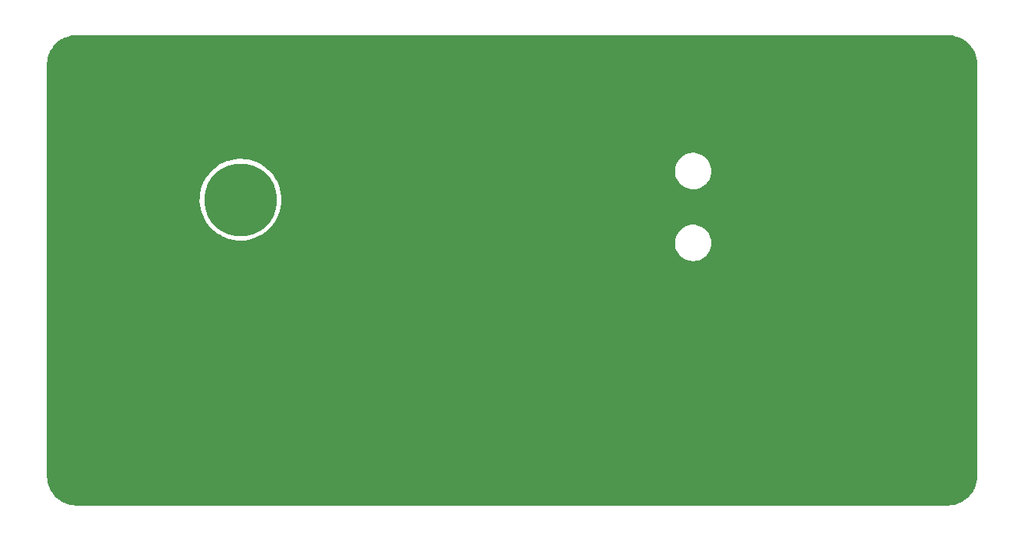
<source format=gbl>
%TF.GenerationSoftware,KiCad,Pcbnew,(6.0.11)*%
%TF.CreationDate,2023-08-12T14:35:41-04:00*%
%TF.ProjectId,FP_Rev_21,46505f52-6576-45f3-9231-2e6b69636164,rev?*%
%TF.SameCoordinates,Original*%
%TF.FileFunction,Copper,L2,Bot*%
%TF.FilePolarity,Positive*%
%FSLAX46Y46*%
G04 Gerber Fmt 4.6, Leading zero omitted, Abs format (unit mm)*
G04 Created by KiCad (PCBNEW (6.0.11)) date 2023-08-12 14:35:41*
%MOMM*%
%LPD*%
G01*
G04 APERTURE LIST*
%TA.AperFunction,ComponentPad*%
%ADD10C,7.500000*%
%TD*%
%TA.AperFunction,ComponentPad*%
%ADD11C,5.000000*%
%TD*%
%TA.AperFunction,ComponentPad*%
%ADD12C,8.000000*%
%TD*%
G04 APERTURE END LIST*
D10*
%TO.P,H14,1,1*%
%TO.N,GND*%
X171000000Y-76500000D03*
%TD*%
D11*
%TO.P,H2,*%
%TO.N,GND*%
X101990000Y-82570000D03*
%TD*%
D12*
%TO.P,H7,1,1*%
%TO.N,GND*%
X160000000Y-52200000D03*
%TD*%
D10*
%TO.P,H12,1,1*%
%TO.N,GND*%
X143000000Y-76500000D03*
%TD*%
D12*
%TO.P,H5,1,1*%
%TO.N,unconnected-(H5-Pad1)*%
X120000000Y-52200000D03*
%TD*%
%TO.P,H6,1,1*%
%TO.N,GND*%
X180000000Y-52200000D03*
%TD*%
D11*
%TO.P,H4,*%
%TO.N,GND*%
X198010000Y-37430000D03*
%TD*%
D10*
%TO.P,H15,1,1*%
%TO.N,GND*%
X185000000Y-76500000D03*
%TD*%
%TO.P,H11,1,1*%
%TO.N,GND*%
X129000000Y-76500000D03*
%TD*%
%TO.P,H13,1,1*%
%TO.N,GND*%
X157000000Y-76500000D03*
%TD*%
%TO.P,H10,1,1*%
%TO.N,GND*%
X115000000Y-76500000D03*
%TD*%
D11*
%TO.P,H3,*%
%TO.N,GND*%
X198010000Y-82570000D03*
%TD*%
%TO.P,H1,*%
%TO.N,GND*%
X101990000Y-37430000D03*
%TD*%
%TA.AperFunction,Conductor*%
%TO.N,GND*%
G36*
X198100018Y-34010000D02*
G01*
X198114851Y-34012310D01*
X198114855Y-34012310D01*
X198123724Y-34013691D01*
X198142436Y-34011244D01*
X198165366Y-34010353D01*
X198462229Y-34025911D01*
X198475345Y-34027289D01*
X198797424Y-34078302D01*
X198810324Y-34081044D01*
X199125305Y-34165442D01*
X199137842Y-34169516D01*
X199407343Y-34272967D01*
X199442268Y-34286374D01*
X199454316Y-34291738D01*
X199744867Y-34439782D01*
X199756288Y-34446376D01*
X200029773Y-34623978D01*
X200040443Y-34631731D01*
X200293856Y-34836941D01*
X200303657Y-34845766D01*
X200534234Y-35076343D01*
X200543059Y-35086144D01*
X200748269Y-35339557D01*
X200756022Y-35350227D01*
X200933624Y-35623712D01*
X200940218Y-35635133D01*
X201088262Y-35925684D01*
X201093626Y-35937732D01*
X201210482Y-36242151D01*
X201214558Y-36254695D01*
X201298956Y-36569676D01*
X201301698Y-36582576D01*
X201352711Y-36904655D01*
X201354089Y-36917772D01*
X201369262Y-37207298D01*
X201367935Y-37233273D01*
X201367691Y-37234843D01*
X201367691Y-37234849D01*
X201366309Y-37243724D01*
X201367473Y-37252626D01*
X201367473Y-37252628D01*
X201370436Y-37275283D01*
X201371500Y-37291621D01*
X201371500Y-82700633D01*
X201370000Y-82720018D01*
X201367690Y-82734851D01*
X201367690Y-82734855D01*
X201366309Y-82743724D01*
X201368136Y-82757693D01*
X201368756Y-82762433D01*
X201369647Y-82785367D01*
X201354089Y-83082228D01*
X201352711Y-83095345D01*
X201301698Y-83417424D01*
X201298956Y-83430324D01*
X201214558Y-83745305D01*
X201210482Y-83757849D01*
X201093626Y-84062268D01*
X201088262Y-84074316D01*
X200940218Y-84364867D01*
X200933624Y-84376288D01*
X200756022Y-84649773D01*
X200748269Y-84660443D01*
X200543059Y-84913856D01*
X200534234Y-84923657D01*
X200303657Y-85154234D01*
X200293856Y-85163059D01*
X200040443Y-85368269D01*
X200029773Y-85376022D01*
X199756288Y-85553624D01*
X199744867Y-85560218D01*
X199454316Y-85708262D01*
X199442267Y-85713626D01*
X199137842Y-85830484D01*
X199125305Y-85834558D01*
X198810324Y-85918956D01*
X198797424Y-85921698D01*
X198475345Y-85972711D01*
X198462229Y-85974089D01*
X198426646Y-85975954D01*
X198172702Y-85989262D01*
X198146727Y-85987935D01*
X198145157Y-85987691D01*
X198145151Y-85987691D01*
X198136276Y-85986309D01*
X198127374Y-85987473D01*
X198127372Y-85987473D01*
X198112323Y-85989441D01*
X198104714Y-85990436D01*
X198088379Y-85991500D01*
X101919367Y-85991500D01*
X101899982Y-85990000D01*
X101885149Y-85987690D01*
X101885145Y-85987690D01*
X101876276Y-85986309D01*
X101857564Y-85988756D01*
X101834634Y-85989647D01*
X101537771Y-85974089D01*
X101524655Y-85972711D01*
X101202576Y-85921698D01*
X101189676Y-85918956D01*
X100874695Y-85834558D01*
X100862158Y-85830484D01*
X100557733Y-85713626D01*
X100545684Y-85708262D01*
X100255133Y-85560218D01*
X100243712Y-85553624D01*
X99970227Y-85376022D01*
X99959557Y-85368269D01*
X99706144Y-85163059D01*
X99696343Y-85154234D01*
X99465766Y-84923657D01*
X99456941Y-84913856D01*
X99251731Y-84660443D01*
X99243978Y-84649773D01*
X99066376Y-84376288D01*
X99059782Y-84364867D01*
X98911738Y-84074316D01*
X98906374Y-84062268D01*
X98789518Y-83757849D01*
X98785442Y-83745305D01*
X98701044Y-83430324D01*
X98698302Y-83417424D01*
X98647289Y-83095345D01*
X98645911Y-83082228D01*
X98630932Y-82796415D01*
X98632506Y-82768910D01*
X98632770Y-82767341D01*
X98633576Y-82762552D01*
X98633729Y-82750000D01*
X98629773Y-82722376D01*
X98628500Y-82704514D01*
X98628500Y-56899733D01*
X167987822Y-56899733D01*
X167997625Y-57180458D01*
X167998387Y-57184781D01*
X167998388Y-57184788D01*
X168022164Y-57319624D01*
X168046402Y-57457087D01*
X168133203Y-57724235D01*
X168256340Y-57976702D01*
X168258795Y-57980341D01*
X168258798Y-57980347D01*
X168331890Y-58088710D01*
X168413415Y-58209576D01*
X168601371Y-58418322D01*
X168816550Y-58598879D01*
X169054764Y-58747731D01*
X169311375Y-58861982D01*
X169581390Y-58939407D01*
X169585740Y-58940018D01*
X169585743Y-58940019D01*
X169688690Y-58954487D01*
X169859552Y-58978500D01*
X170070146Y-58978500D01*
X170072332Y-58978347D01*
X170072336Y-58978347D01*
X170275827Y-58964118D01*
X170275832Y-58964117D01*
X170280212Y-58963811D01*
X170554970Y-58905409D01*
X170559099Y-58903906D01*
X170559103Y-58903905D01*
X170814781Y-58810846D01*
X170814785Y-58810844D01*
X170818926Y-58809337D01*
X171066942Y-58677464D01*
X171171896Y-58601211D01*
X171290629Y-58514947D01*
X171290632Y-58514944D01*
X171294192Y-58512358D01*
X171496252Y-58317231D01*
X171669188Y-58095882D01*
X171671384Y-58092078D01*
X171671389Y-58092071D01*
X171807435Y-57856431D01*
X171809636Y-57852619D01*
X171914862Y-57592176D01*
X171948544Y-57457087D01*
X171981753Y-57323893D01*
X171981754Y-57323888D01*
X171982817Y-57319624D01*
X172012178Y-57040267D01*
X172002375Y-56759542D01*
X171994186Y-56713096D01*
X171963512Y-56539139D01*
X171953598Y-56482913D01*
X171866797Y-56215765D01*
X171743660Y-55963298D01*
X171741205Y-55959659D01*
X171741202Y-55959653D01*
X171644020Y-55815575D01*
X171586585Y-55730424D01*
X171398629Y-55521678D01*
X171183450Y-55341121D01*
X170945236Y-55192269D01*
X170688625Y-55078018D01*
X170418610Y-55000593D01*
X170414260Y-54999982D01*
X170414257Y-54999981D01*
X170311310Y-54985513D01*
X170140448Y-54961500D01*
X169929854Y-54961500D01*
X169927668Y-54961653D01*
X169927664Y-54961653D01*
X169724173Y-54975882D01*
X169724168Y-54975883D01*
X169719788Y-54976189D01*
X169445030Y-55034591D01*
X169440901Y-55036094D01*
X169440897Y-55036095D01*
X169185219Y-55129154D01*
X169185215Y-55129156D01*
X169181074Y-55130663D01*
X168933058Y-55262536D01*
X168929499Y-55265122D01*
X168929497Y-55265123D01*
X168824895Y-55341121D01*
X168705808Y-55427642D01*
X168503748Y-55622769D01*
X168330812Y-55844118D01*
X168328616Y-55847922D01*
X168328611Y-55847929D01*
X168216275Y-56042501D01*
X168190364Y-56087381D01*
X168085138Y-56347824D01*
X168084073Y-56352097D01*
X168084072Y-56352099D01*
X168033222Y-56556049D01*
X168017183Y-56620376D01*
X168016724Y-56624744D01*
X168016723Y-56624749D01*
X168009663Y-56691926D01*
X167987822Y-56899733D01*
X98628500Y-56899733D01*
X98628500Y-52357512D01*
X115489433Y-52357512D01*
X115489662Y-52360357D01*
X115489662Y-52360360D01*
X115517465Y-52705910D01*
X115522273Y-52765668D01*
X115591969Y-53169168D01*
X115697949Y-53564691D01*
X115839340Y-53948980D01*
X116014979Y-54318874D01*
X116132260Y-54517186D01*
X116193473Y-54620691D01*
X116223418Y-54671326D01*
X116225080Y-54673630D01*
X116225081Y-54673632D01*
X116460894Y-55000593D01*
X116462944Y-55003436D01*
X116731584Y-55312471D01*
X117027126Y-55595886D01*
X117029344Y-55597656D01*
X117029349Y-55597661D01*
X117187132Y-55723617D01*
X117347139Y-55851349D01*
X117349520Y-55852919D01*
X117639482Y-56044113D01*
X117688989Y-56076757D01*
X117691519Y-56078113D01*
X117691518Y-56078113D01*
X117998340Y-56242630D01*
X118049860Y-56270255D01*
X118426784Y-56430250D01*
X118429522Y-56431129D01*
X118813931Y-56554549D01*
X118813935Y-56554550D01*
X118816657Y-56555424D01*
X118819447Y-56556048D01*
X118819452Y-56556049D01*
X119213477Y-56644125D01*
X119213488Y-56644127D01*
X119216271Y-56644749D01*
X119622335Y-56697487D01*
X120031509Y-56713206D01*
X120034371Y-56713056D01*
X120034372Y-56713056D01*
X120437566Y-56691926D01*
X120437573Y-56691925D01*
X120440422Y-56691776D01*
X120443245Y-56691369D01*
X120443247Y-56691369D01*
X120842889Y-56633780D01*
X120842896Y-56633779D01*
X120845711Y-56633373D01*
X121244038Y-56538478D01*
X121246736Y-56537570D01*
X121246743Y-56537568D01*
X121629414Y-56408785D01*
X121629420Y-56408783D01*
X121632126Y-56407872D01*
X122006779Y-56242630D01*
X122364914Y-56044113D01*
X122703583Y-55813954D01*
X123019998Y-55554047D01*
X123022036Y-55552038D01*
X123022043Y-55552031D01*
X123267161Y-55310311D01*
X123311555Y-55266533D01*
X123426374Y-55130663D01*
X123574008Y-54955963D01*
X123574013Y-54955957D01*
X123575854Y-54953778D01*
X123810719Y-54618356D01*
X124014217Y-54263027D01*
X124156815Y-53951567D01*
X124183485Y-53893316D01*
X124183488Y-53893307D01*
X124184674Y-53890718D01*
X124320685Y-53504492D01*
X124421133Y-53107528D01*
X124485189Y-52703095D01*
X124512326Y-52294520D01*
X124513316Y-52200000D01*
X124494741Y-51790947D01*
X124439169Y-51385260D01*
X124347057Y-50986280D01*
X124340195Y-50965409D01*
X124220057Y-50600005D01*
X124220054Y-50599998D01*
X124219164Y-50597290D01*
X124056542Y-50221492D01*
X123890217Y-49916431D01*
X123861899Y-49864492D01*
X123861895Y-49864485D01*
X123860529Y-49861980D01*
X123722811Y-49656259D01*
X123634332Y-49524090D01*
X123634324Y-49524079D01*
X123632740Y-49521713D01*
X123375049Y-49203491D01*
X123196382Y-49019763D01*
X123138005Y-48959733D01*
X167987822Y-48959733D01*
X167997625Y-49240458D01*
X167998387Y-49244781D01*
X167998388Y-49244788D01*
X168022164Y-49379624D01*
X168046402Y-49517087D01*
X168133203Y-49784235D01*
X168135131Y-49788188D01*
X168135133Y-49788193D01*
X168171122Y-49861980D01*
X168256340Y-50036702D01*
X168258795Y-50040341D01*
X168258798Y-50040347D01*
X168331890Y-50148710D01*
X168413415Y-50269576D01*
X168601371Y-50478322D01*
X168816550Y-50658879D01*
X169054764Y-50807731D01*
X169311375Y-50921982D01*
X169581390Y-50999407D01*
X169585740Y-51000018D01*
X169585743Y-51000019D01*
X169688690Y-51014487D01*
X169859552Y-51038500D01*
X170070146Y-51038500D01*
X170072332Y-51038347D01*
X170072336Y-51038347D01*
X170275827Y-51024118D01*
X170275832Y-51024117D01*
X170280212Y-51023811D01*
X170554970Y-50965409D01*
X170559099Y-50963906D01*
X170559103Y-50963905D01*
X170814781Y-50870846D01*
X170814785Y-50870844D01*
X170818926Y-50869337D01*
X171066942Y-50737464D01*
X171171896Y-50661211D01*
X171290629Y-50574947D01*
X171290632Y-50574944D01*
X171294192Y-50572358D01*
X171496252Y-50377231D01*
X171669188Y-50155882D01*
X171671384Y-50152078D01*
X171671389Y-50152071D01*
X171807435Y-49916431D01*
X171809636Y-49912619D01*
X171914862Y-49652176D01*
X171915944Y-49647837D01*
X171981753Y-49383893D01*
X171981754Y-49383888D01*
X171982817Y-49379624D01*
X171988758Y-49323104D01*
X172011719Y-49104636D01*
X172011719Y-49104633D01*
X172012178Y-49100267D01*
X172002375Y-48819542D01*
X171988501Y-48740855D01*
X171954360Y-48547236D01*
X171953598Y-48542913D01*
X171866797Y-48275765D01*
X171743660Y-48023298D01*
X171741205Y-48019659D01*
X171741202Y-48019653D01*
X171652270Y-47887806D01*
X171586585Y-47790424D01*
X171582631Y-47786032D01*
X171401566Y-47584940D01*
X171398629Y-47581678D01*
X171183450Y-47401121D01*
X170945236Y-47252269D01*
X170688625Y-47138018D01*
X170418610Y-47060593D01*
X170414260Y-47059982D01*
X170414257Y-47059981D01*
X170311310Y-47045513D01*
X170140448Y-47021500D01*
X169929854Y-47021500D01*
X169927668Y-47021653D01*
X169927664Y-47021653D01*
X169724173Y-47035882D01*
X169724168Y-47035883D01*
X169719788Y-47036189D01*
X169445030Y-47094591D01*
X169440901Y-47096094D01*
X169440897Y-47096095D01*
X169185219Y-47189154D01*
X169185215Y-47189156D01*
X169181074Y-47190663D01*
X168933058Y-47322536D01*
X168929499Y-47325122D01*
X168929497Y-47325123D01*
X168824895Y-47401121D01*
X168705808Y-47487642D01*
X168503748Y-47682769D01*
X168330812Y-47904118D01*
X168328616Y-47907922D01*
X168328611Y-47907929D01*
X168259033Y-48028442D01*
X168190364Y-48147381D01*
X168085138Y-48407824D01*
X168084073Y-48412097D01*
X168084072Y-48412099D01*
X168026388Y-48643458D01*
X168017183Y-48680376D01*
X168016724Y-48684744D01*
X168016723Y-48684749D01*
X168010643Y-48742599D01*
X167987822Y-48959733D01*
X123138005Y-48959733D01*
X123091567Y-48911980D01*
X123091563Y-48911976D01*
X123089577Y-48909934D01*
X123087419Y-48908084D01*
X123087409Y-48908075D01*
X122780849Y-48645321D01*
X122780844Y-48645317D01*
X122778675Y-48643458D01*
X122776344Y-48641801D01*
X122776337Y-48641796D01*
X122570663Y-48495632D01*
X122444900Y-48406257D01*
X122213892Y-48271807D01*
X122093474Y-48201722D01*
X122093469Y-48201719D01*
X122091001Y-48200283D01*
X121856846Y-48091095D01*
X121722487Y-48028442D01*
X121722477Y-48028438D01*
X121719891Y-48027232D01*
X121698840Y-48019653D01*
X121337314Y-47889495D01*
X121337305Y-47889492D01*
X121334624Y-47888527D01*
X120972017Y-47794075D01*
X120941140Y-47786032D01*
X120941134Y-47786031D01*
X120938371Y-47785311D01*
X120534395Y-47718433D01*
X120531552Y-47718224D01*
X120531550Y-47718224D01*
X120128865Y-47688653D01*
X120126019Y-47688444D01*
X119956043Y-47691411D01*
X119719458Y-47695540D01*
X119719453Y-47695540D01*
X119716607Y-47695590D01*
X119713774Y-47695898D01*
X119713770Y-47695898D01*
X119384896Y-47731625D01*
X119309527Y-47739813D01*
X118908130Y-47820749D01*
X118905402Y-47821562D01*
X118905391Y-47821565D01*
X118640097Y-47900653D01*
X118515721Y-47937731D01*
X118513060Y-47938795D01*
X118513058Y-47938796D01*
X118288927Y-48028442D01*
X118135529Y-48089797D01*
X118132982Y-48091095D01*
X117773227Y-48274399D01*
X117773222Y-48274402D01*
X117770684Y-48275695D01*
X117768265Y-48277218D01*
X117768262Y-48277220D01*
X117597437Y-48384794D01*
X117424189Y-48493894D01*
X117098896Y-48742599D01*
X116797483Y-49019763D01*
X116522430Y-49323104D01*
X116276002Y-49650125D01*
X116060227Y-49998135D01*
X116058947Y-50000691D01*
X116058942Y-50000700D01*
X115981233Y-50155882D01*
X115876881Y-50364269D01*
X115875840Y-50366925D01*
X115875837Y-50366932D01*
X115731641Y-50734877D01*
X115727473Y-50745513D01*
X115726681Y-50748240D01*
X115726677Y-50748251D01*
X115642352Y-51038500D01*
X115613233Y-51138729D01*
X115535101Y-51540681D01*
X115493721Y-51948060D01*
X115489433Y-52357512D01*
X98628500Y-52357512D01*
X98628500Y-37303250D01*
X98630246Y-37282345D01*
X98632770Y-37267344D01*
X98632770Y-37267341D01*
X98633576Y-37262552D01*
X98633729Y-37250000D01*
X98633039Y-37245180D01*
X98631644Y-37235437D01*
X98630545Y-37210983D01*
X98645911Y-36917772D01*
X98647289Y-36904655D01*
X98698302Y-36582576D01*
X98701044Y-36569676D01*
X98785442Y-36254695D01*
X98789518Y-36242151D01*
X98906374Y-35937732D01*
X98911738Y-35925684D01*
X99059782Y-35635133D01*
X99066376Y-35623712D01*
X99243978Y-35350227D01*
X99251731Y-35339557D01*
X99456941Y-35086144D01*
X99465766Y-35076343D01*
X99696343Y-34845766D01*
X99706144Y-34836941D01*
X99959557Y-34631731D01*
X99970227Y-34623978D01*
X100243712Y-34446376D01*
X100255133Y-34439782D01*
X100545684Y-34291738D01*
X100557732Y-34286374D01*
X100592657Y-34272967D01*
X100862158Y-34169516D01*
X100874695Y-34165442D01*
X101189676Y-34081044D01*
X101202576Y-34078302D01*
X101524655Y-34027289D01*
X101537771Y-34025911D01*
X101573354Y-34024046D01*
X101827298Y-34010738D01*
X101853273Y-34012065D01*
X101854843Y-34012309D01*
X101854849Y-34012309D01*
X101863724Y-34013691D01*
X101872626Y-34012527D01*
X101872628Y-34012527D01*
X101887677Y-34010559D01*
X101895286Y-34009564D01*
X101911621Y-34008500D01*
X198080633Y-34008500D01*
X198100018Y-34010000D01*
G37*
%TD.AperFunction*%
%TD*%
M02*

</source>
